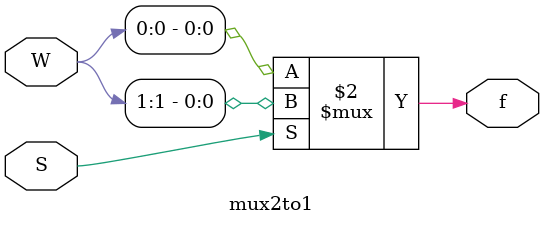
<source format=v>
module exercise2b(a, b, c, f);
input a, b, c;
output f;

wire [0:1]X;

mux2to1 m1({1'b0, c}, b, X[0]);
mux2to1 m2({c, 1'b1}, b, X[1]);
mux2to1 m3(X, a, f);

endmodule


module mux2to1(W, S, f);
input [0:1]W;
input S;
output f;
reg f;
always@(W or S)
        f = S ? W[1] : W[0];
endmodule

</source>
